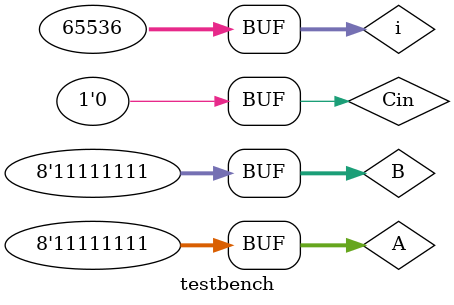
<source format=v>
`timescale 1ns / 1ps

module testbench;

	// Inputs
	reg [7:0] A;
	reg [7:0] B;
	reg Cin;

	// Outputs
	wire [7:0] S;
	wire Carry;
	wire PG;
	wire GG;
	
	integer i; 

	// Instantiate the Unit Under Test (UUT)
	CLA uut (
		.A(A), 
		.B(B), 
		.S(S), 
		.Carry(Carry), 
		.PG(PG), 
		.GG(GG), 
		.Cin(Cin)
	);

	initial begin
		// Initialize Inputs
		A = 0;
		B = 0;
		Cin = 0;	
	end
     
	initial
			$monitor ( "A(%b) + B(%b)  = carry sum(%b %b)",A ,B ,Carry ,S );
		always @ (A or B or S)
		begin
		for (i = 10000; i < 65536 ; i = i + 1)
		#10 {A,B}= i;
		//A = 7'b101111001 ; B = 7'b101111100 ; Cin = 0 ;
		//#200 $stop;
		end
endmodule


</source>
